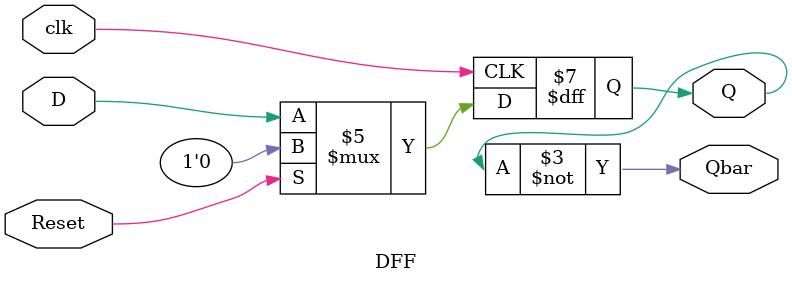
<source format=v>
module DFF(Q,Qbar,D,clk,Reset); 
output reg Q; 
output Qbar; 
input D,clk,Reset; 
always @(posedge clk) 
begin 
if (Reset == 1'b1)  
Q <= 1'b0; 
else 
Q <= D; 
end 
assign Qbar = ~Q; 
endmodule 
</source>
